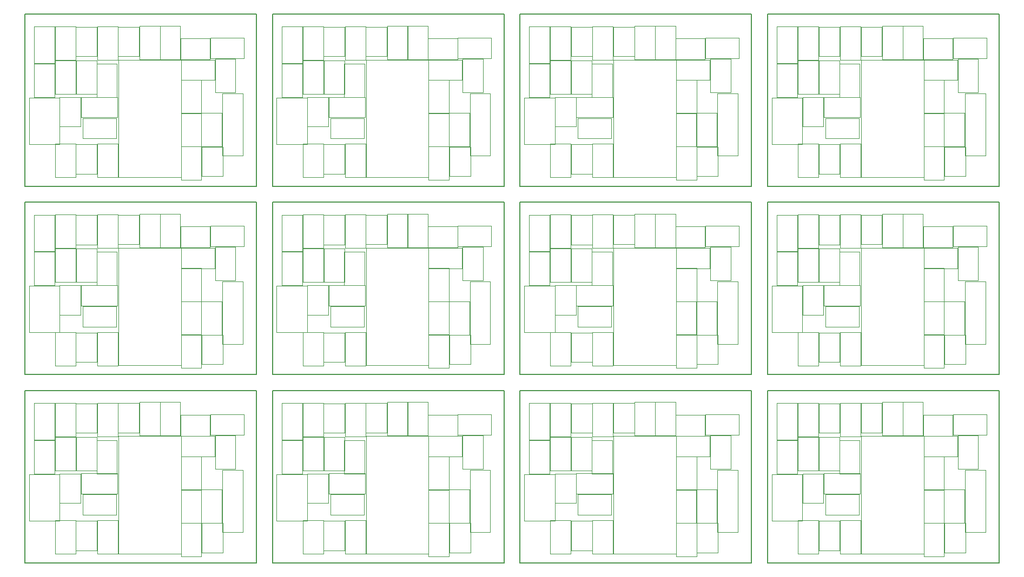
<source format=gbr>
G04 #@! TF.FileFunction,Other,User*
%FSLAX46Y46*%
G04 Gerber Fmt 4.6, Leading zero omitted, Abs format (unit mm)*
G04 Created by KiCad (PCBNEW 4.0.6-e0-6349~53~ubuntu16.04.1) date Thu Mar 16 16:11:01 2017*
%MOMM*%
%LPD*%
G01*
G04 APERTURE LIST*
%ADD10C,0.100000*%
%ADD11C,0.150000*%
%ADD12C,0.050000*%
G04 APERTURE END LIST*
D10*
D11*
X167500800Y-101002920D02*
X131250800Y-101002920D01*
X167500800Y-71502920D02*
X131250800Y-71502920D01*
X167500800Y-42002920D02*
X131250800Y-42002920D01*
X128750800Y-101002920D02*
X92500800Y-101002920D01*
X128750800Y-71502920D02*
X92500800Y-71502920D01*
X128750800Y-42002920D02*
X92500800Y-42002920D01*
X90000800Y-101002920D02*
X53750800Y-101002920D01*
X90000800Y-71502920D02*
X53750800Y-71502920D01*
X90000800Y-42002920D02*
X53750800Y-42002920D01*
X51250800Y-101002920D02*
X15000800Y-101002920D01*
X51250800Y-71502920D02*
X15000800Y-71502920D01*
X167500800Y-74002920D02*
X167500800Y-101002920D01*
X167500800Y-44502920D02*
X167500800Y-71502920D01*
X167500800Y-15002920D02*
X167500800Y-42002920D01*
X128750800Y-74002920D02*
X128750800Y-101002920D01*
X128750800Y-44502920D02*
X128750800Y-71502920D01*
X128750800Y-15002920D02*
X128750800Y-42002920D01*
X90000800Y-74002920D02*
X90000800Y-101002920D01*
X90000800Y-44502920D02*
X90000800Y-71502920D01*
X90000800Y-15002920D02*
X90000800Y-42002920D01*
X51250800Y-74002920D02*
X51250800Y-101002920D01*
X51250800Y-44502920D02*
X51250800Y-71502920D01*
X131250800Y-101002920D02*
X131250800Y-74002920D01*
X131250800Y-71502920D02*
X131250800Y-44502920D01*
X131250800Y-42002920D02*
X131250800Y-15002920D01*
X92500800Y-101002920D02*
X92500800Y-74002920D01*
X92500800Y-71502920D02*
X92500800Y-44502920D01*
X92500800Y-42002920D02*
X92500800Y-15002920D01*
X53750800Y-101002920D02*
X53750800Y-74002920D01*
X53750800Y-71502920D02*
X53750800Y-44502920D01*
X53750800Y-42002920D02*
X53750800Y-15002920D01*
X15000800Y-101002920D02*
X15000800Y-74002920D01*
X15000800Y-71502920D02*
X15000800Y-44502920D01*
X167500800Y-74002920D02*
X131250800Y-74002920D01*
X167500800Y-44502920D02*
X131250800Y-44502920D01*
X167500800Y-15002920D02*
X131250800Y-15002920D01*
X128750800Y-74002920D02*
X92500800Y-74002920D01*
X128750800Y-44502920D02*
X92500800Y-44502920D01*
X128750800Y-15002920D02*
X92500800Y-15002920D01*
X90000800Y-74002920D02*
X53750800Y-74002920D01*
X90000800Y-44502920D02*
X53750800Y-44502920D01*
X90000800Y-15002920D02*
X53750800Y-15002920D01*
X51250800Y-74002920D02*
X15000800Y-74002920D01*
X51250800Y-44502920D02*
X15000800Y-44502920D01*
X51250800Y-15002920D02*
X15000800Y-15002920D01*
X51250800Y-42002920D02*
X15000800Y-42002920D01*
X51250800Y-15002920D02*
X51250800Y-42002920D01*
X15000800Y-42002920D02*
X15000800Y-15002920D01*
D12*
X149156800Y-76000920D02*
X145856800Y-76000920D01*
X145856800Y-76000920D02*
X145856800Y-80600920D01*
X145856800Y-80600920D02*
X149156800Y-80600920D01*
X149156800Y-80600920D02*
X149156800Y-76000920D01*
X149156800Y-46500920D02*
X145856800Y-46500920D01*
X145856800Y-46500920D02*
X145856800Y-51100920D01*
X145856800Y-51100920D02*
X149156800Y-51100920D01*
X149156800Y-51100920D02*
X149156800Y-46500920D01*
X149156800Y-17000920D02*
X145856800Y-17000920D01*
X145856800Y-17000920D02*
X145856800Y-21600920D01*
X145856800Y-21600920D02*
X149156800Y-21600920D01*
X149156800Y-21600920D02*
X149156800Y-17000920D01*
X110406800Y-76000920D02*
X107106800Y-76000920D01*
X107106800Y-76000920D02*
X107106800Y-80600920D01*
X107106800Y-80600920D02*
X110406800Y-80600920D01*
X110406800Y-80600920D02*
X110406800Y-76000920D01*
X110406800Y-46500920D02*
X107106800Y-46500920D01*
X107106800Y-46500920D02*
X107106800Y-51100920D01*
X107106800Y-51100920D02*
X110406800Y-51100920D01*
X110406800Y-51100920D02*
X110406800Y-46500920D01*
X110406800Y-17000920D02*
X107106800Y-17000920D01*
X107106800Y-17000920D02*
X107106800Y-21600920D01*
X107106800Y-21600920D02*
X110406800Y-21600920D01*
X110406800Y-21600920D02*
X110406800Y-17000920D01*
X71656800Y-76000920D02*
X68356800Y-76000920D01*
X68356800Y-76000920D02*
X68356800Y-80600920D01*
X68356800Y-80600920D02*
X71656800Y-80600920D01*
X71656800Y-80600920D02*
X71656800Y-76000920D01*
X71656800Y-46500920D02*
X68356800Y-46500920D01*
X68356800Y-46500920D02*
X68356800Y-51100920D01*
X68356800Y-51100920D02*
X71656800Y-51100920D01*
X71656800Y-51100920D02*
X71656800Y-46500920D01*
X71656800Y-17000920D02*
X68356800Y-17000920D01*
X68356800Y-17000920D02*
X68356800Y-21600920D01*
X68356800Y-21600920D02*
X71656800Y-21600920D01*
X71656800Y-21600920D02*
X71656800Y-17000920D01*
X32906800Y-76000920D02*
X29606800Y-76000920D01*
X29606800Y-76000920D02*
X29606800Y-80600920D01*
X29606800Y-80600920D02*
X32906800Y-80600920D01*
X32906800Y-80600920D02*
X32906800Y-76000920D01*
X32906800Y-46500920D02*
X29606800Y-46500920D01*
X29606800Y-46500920D02*
X29606800Y-51100920D01*
X29606800Y-51100920D02*
X32906800Y-51100920D01*
X32906800Y-51100920D02*
X32906800Y-46500920D01*
X142477800Y-87032920D02*
X145677800Y-87032920D01*
X145677800Y-87032920D02*
X145677800Y-81782920D01*
X145677800Y-81782920D02*
X142477800Y-81782920D01*
X142477800Y-81782920D02*
X142477800Y-87032920D01*
X142477800Y-57532920D02*
X145677800Y-57532920D01*
X145677800Y-57532920D02*
X145677800Y-52282920D01*
X145677800Y-52282920D02*
X142477800Y-52282920D01*
X142477800Y-52282920D02*
X142477800Y-57532920D01*
X142477800Y-28032920D02*
X145677800Y-28032920D01*
X145677800Y-28032920D02*
X145677800Y-22782920D01*
X145677800Y-22782920D02*
X142477800Y-22782920D01*
X142477800Y-22782920D02*
X142477800Y-28032920D01*
X103727800Y-87032920D02*
X106927800Y-87032920D01*
X106927800Y-87032920D02*
X106927800Y-81782920D01*
X106927800Y-81782920D02*
X103727800Y-81782920D01*
X103727800Y-81782920D02*
X103727800Y-87032920D01*
X103727800Y-57532920D02*
X106927800Y-57532920D01*
X106927800Y-57532920D02*
X106927800Y-52282920D01*
X106927800Y-52282920D02*
X103727800Y-52282920D01*
X103727800Y-52282920D02*
X103727800Y-57532920D01*
X103727800Y-28032920D02*
X106927800Y-28032920D01*
X106927800Y-28032920D02*
X106927800Y-22782920D01*
X106927800Y-22782920D02*
X103727800Y-22782920D01*
X103727800Y-22782920D02*
X103727800Y-28032920D01*
X64977800Y-87032920D02*
X68177800Y-87032920D01*
X68177800Y-87032920D02*
X68177800Y-81782920D01*
X68177800Y-81782920D02*
X64977800Y-81782920D01*
X64977800Y-81782920D02*
X64977800Y-87032920D01*
X64977800Y-57532920D02*
X68177800Y-57532920D01*
X68177800Y-57532920D02*
X68177800Y-52282920D01*
X68177800Y-52282920D02*
X64977800Y-52282920D01*
X64977800Y-52282920D02*
X64977800Y-57532920D01*
X64977800Y-28032920D02*
X68177800Y-28032920D01*
X68177800Y-28032920D02*
X68177800Y-22782920D01*
X68177800Y-22782920D02*
X64977800Y-22782920D01*
X64977800Y-22782920D02*
X64977800Y-28032920D01*
X26227800Y-87032920D02*
X29427800Y-87032920D01*
X29427800Y-87032920D02*
X29427800Y-81782920D01*
X29427800Y-81782920D02*
X26227800Y-81782920D01*
X26227800Y-81782920D02*
X26227800Y-87032920D01*
X26227800Y-57532920D02*
X29427800Y-57532920D01*
X29427800Y-57532920D02*
X29427800Y-52282920D01*
X29427800Y-52282920D02*
X26227800Y-52282920D01*
X26227800Y-52282920D02*
X26227800Y-57532920D01*
X142604800Y-81190920D02*
X145804800Y-81190920D01*
X145804800Y-81190920D02*
X145804800Y-75940920D01*
X145804800Y-75940920D02*
X142604800Y-75940920D01*
X142604800Y-75940920D02*
X142604800Y-81190920D01*
X142604800Y-51690920D02*
X145804800Y-51690920D01*
X145804800Y-51690920D02*
X145804800Y-46440920D01*
X145804800Y-46440920D02*
X142604800Y-46440920D01*
X142604800Y-46440920D02*
X142604800Y-51690920D01*
X142604800Y-22190920D02*
X145804800Y-22190920D01*
X145804800Y-22190920D02*
X145804800Y-16940920D01*
X145804800Y-16940920D02*
X142604800Y-16940920D01*
X142604800Y-16940920D02*
X142604800Y-22190920D01*
X103854800Y-81190920D02*
X107054800Y-81190920D01*
X107054800Y-81190920D02*
X107054800Y-75940920D01*
X107054800Y-75940920D02*
X103854800Y-75940920D01*
X103854800Y-75940920D02*
X103854800Y-81190920D01*
X103854800Y-51690920D02*
X107054800Y-51690920D01*
X107054800Y-51690920D02*
X107054800Y-46440920D01*
X107054800Y-46440920D02*
X103854800Y-46440920D01*
X103854800Y-46440920D02*
X103854800Y-51690920D01*
X103854800Y-22190920D02*
X107054800Y-22190920D01*
X107054800Y-22190920D02*
X107054800Y-16940920D01*
X107054800Y-16940920D02*
X103854800Y-16940920D01*
X103854800Y-16940920D02*
X103854800Y-22190920D01*
X65104800Y-81190920D02*
X68304800Y-81190920D01*
X68304800Y-81190920D02*
X68304800Y-75940920D01*
X68304800Y-75940920D02*
X65104800Y-75940920D01*
X65104800Y-75940920D02*
X65104800Y-81190920D01*
X65104800Y-51690920D02*
X68304800Y-51690920D01*
X68304800Y-51690920D02*
X68304800Y-46440920D01*
X68304800Y-46440920D02*
X65104800Y-46440920D01*
X65104800Y-46440920D02*
X65104800Y-51690920D01*
X65104800Y-22190920D02*
X68304800Y-22190920D01*
X68304800Y-22190920D02*
X68304800Y-16940920D01*
X68304800Y-16940920D02*
X65104800Y-16940920D01*
X65104800Y-16940920D02*
X65104800Y-22190920D01*
X26354800Y-81190920D02*
X29554800Y-81190920D01*
X29554800Y-81190920D02*
X29554800Y-75940920D01*
X29554800Y-75940920D02*
X26354800Y-75940920D01*
X26354800Y-75940920D02*
X26354800Y-81190920D01*
X26354800Y-51690920D02*
X29554800Y-51690920D01*
X29554800Y-51690920D02*
X29554800Y-46440920D01*
X29554800Y-46440920D02*
X26354800Y-46440920D01*
X26354800Y-46440920D02*
X26354800Y-51690920D01*
X139252800Y-80640920D02*
X142552800Y-80640920D01*
X142552800Y-80640920D02*
X142552800Y-76040920D01*
X142552800Y-76040920D02*
X139252800Y-76040920D01*
X139252800Y-76040920D02*
X139252800Y-80640920D01*
X139252800Y-51140920D02*
X142552800Y-51140920D01*
X142552800Y-51140920D02*
X142552800Y-46540920D01*
X142552800Y-46540920D02*
X139252800Y-46540920D01*
X139252800Y-46540920D02*
X139252800Y-51140920D01*
X139252800Y-21640920D02*
X142552800Y-21640920D01*
X142552800Y-21640920D02*
X142552800Y-17040920D01*
X142552800Y-17040920D02*
X139252800Y-17040920D01*
X139252800Y-17040920D02*
X139252800Y-21640920D01*
X100502800Y-80640920D02*
X103802800Y-80640920D01*
X103802800Y-80640920D02*
X103802800Y-76040920D01*
X103802800Y-76040920D02*
X100502800Y-76040920D01*
X100502800Y-76040920D02*
X100502800Y-80640920D01*
X100502800Y-51140920D02*
X103802800Y-51140920D01*
X103802800Y-51140920D02*
X103802800Y-46540920D01*
X103802800Y-46540920D02*
X100502800Y-46540920D01*
X100502800Y-46540920D02*
X100502800Y-51140920D01*
X100502800Y-21640920D02*
X103802800Y-21640920D01*
X103802800Y-21640920D02*
X103802800Y-17040920D01*
X103802800Y-17040920D02*
X100502800Y-17040920D01*
X100502800Y-17040920D02*
X100502800Y-21640920D01*
X61752800Y-80640920D02*
X65052800Y-80640920D01*
X65052800Y-80640920D02*
X65052800Y-76040920D01*
X65052800Y-76040920D02*
X61752800Y-76040920D01*
X61752800Y-76040920D02*
X61752800Y-80640920D01*
X61752800Y-51140920D02*
X65052800Y-51140920D01*
X65052800Y-51140920D02*
X65052800Y-46540920D01*
X65052800Y-46540920D02*
X61752800Y-46540920D01*
X61752800Y-46540920D02*
X61752800Y-51140920D01*
X61752800Y-21640920D02*
X65052800Y-21640920D01*
X65052800Y-21640920D02*
X65052800Y-17040920D01*
X65052800Y-17040920D02*
X61752800Y-17040920D01*
X61752800Y-17040920D02*
X61752800Y-21640920D01*
X23002800Y-80640920D02*
X26302800Y-80640920D01*
X26302800Y-80640920D02*
X26302800Y-76040920D01*
X26302800Y-76040920D02*
X23002800Y-76040920D01*
X23002800Y-76040920D02*
X23002800Y-80640920D01*
X23002800Y-51140920D02*
X26302800Y-51140920D01*
X26302800Y-51140920D02*
X26302800Y-46540920D01*
X26302800Y-46540920D02*
X23002800Y-46540920D01*
X23002800Y-46540920D02*
X23002800Y-51140920D01*
X132698800Y-87032920D02*
X135898800Y-87032920D01*
X135898800Y-87032920D02*
X135898800Y-81782920D01*
X135898800Y-81782920D02*
X132698800Y-81782920D01*
X132698800Y-81782920D02*
X132698800Y-87032920D01*
X132698800Y-57532920D02*
X135898800Y-57532920D01*
X135898800Y-57532920D02*
X135898800Y-52282920D01*
X135898800Y-52282920D02*
X132698800Y-52282920D01*
X132698800Y-52282920D02*
X132698800Y-57532920D01*
X132698800Y-28032920D02*
X135898800Y-28032920D01*
X135898800Y-28032920D02*
X135898800Y-22782920D01*
X135898800Y-22782920D02*
X132698800Y-22782920D01*
X132698800Y-22782920D02*
X132698800Y-28032920D01*
X93948800Y-87032920D02*
X97148800Y-87032920D01*
X97148800Y-87032920D02*
X97148800Y-81782920D01*
X97148800Y-81782920D02*
X93948800Y-81782920D01*
X93948800Y-81782920D02*
X93948800Y-87032920D01*
X93948800Y-57532920D02*
X97148800Y-57532920D01*
X97148800Y-57532920D02*
X97148800Y-52282920D01*
X97148800Y-52282920D02*
X93948800Y-52282920D01*
X93948800Y-52282920D02*
X93948800Y-57532920D01*
X93948800Y-28032920D02*
X97148800Y-28032920D01*
X97148800Y-28032920D02*
X97148800Y-22782920D01*
X97148800Y-22782920D02*
X93948800Y-22782920D01*
X93948800Y-22782920D02*
X93948800Y-28032920D01*
X55198800Y-87032920D02*
X58398800Y-87032920D01*
X58398800Y-87032920D02*
X58398800Y-81782920D01*
X58398800Y-81782920D02*
X55198800Y-81782920D01*
X55198800Y-81782920D02*
X55198800Y-87032920D01*
X55198800Y-57532920D02*
X58398800Y-57532920D01*
X58398800Y-57532920D02*
X58398800Y-52282920D01*
X58398800Y-52282920D02*
X55198800Y-52282920D01*
X55198800Y-52282920D02*
X55198800Y-57532920D01*
X55198800Y-28032920D02*
X58398800Y-28032920D01*
X58398800Y-28032920D02*
X58398800Y-22782920D01*
X58398800Y-22782920D02*
X55198800Y-22782920D01*
X55198800Y-22782920D02*
X55198800Y-28032920D01*
X16448800Y-87032920D02*
X19648800Y-87032920D01*
X19648800Y-87032920D02*
X19648800Y-81782920D01*
X19648800Y-81782920D02*
X16448800Y-81782920D01*
X16448800Y-81782920D02*
X16448800Y-87032920D01*
X16448800Y-57532920D02*
X19648800Y-57532920D01*
X19648800Y-57532920D02*
X19648800Y-52282920D01*
X19648800Y-52282920D02*
X16448800Y-52282920D01*
X16448800Y-52282920D02*
X16448800Y-57532920D01*
X132698800Y-81698920D02*
X135898800Y-81698920D01*
X135898800Y-81698920D02*
X135898800Y-75998920D01*
X135898800Y-75998920D02*
X132698800Y-75998920D01*
X132698800Y-75998920D02*
X132698800Y-81698920D01*
X132698800Y-52198920D02*
X135898800Y-52198920D01*
X135898800Y-52198920D02*
X135898800Y-46498920D01*
X135898800Y-46498920D02*
X132698800Y-46498920D01*
X132698800Y-46498920D02*
X132698800Y-52198920D01*
X132698800Y-22698920D02*
X135898800Y-22698920D01*
X135898800Y-22698920D02*
X135898800Y-16998920D01*
X135898800Y-16998920D02*
X132698800Y-16998920D01*
X132698800Y-16998920D02*
X132698800Y-22698920D01*
X93948800Y-81698920D02*
X97148800Y-81698920D01*
X97148800Y-81698920D02*
X97148800Y-75998920D01*
X97148800Y-75998920D02*
X93948800Y-75998920D01*
X93948800Y-75998920D02*
X93948800Y-81698920D01*
X93948800Y-52198920D02*
X97148800Y-52198920D01*
X97148800Y-52198920D02*
X97148800Y-46498920D01*
X97148800Y-46498920D02*
X93948800Y-46498920D01*
X93948800Y-46498920D02*
X93948800Y-52198920D01*
X93948800Y-22698920D02*
X97148800Y-22698920D01*
X97148800Y-22698920D02*
X97148800Y-16998920D01*
X97148800Y-16998920D02*
X93948800Y-16998920D01*
X93948800Y-16998920D02*
X93948800Y-22698920D01*
X55198800Y-81698920D02*
X58398800Y-81698920D01*
X58398800Y-81698920D02*
X58398800Y-75998920D01*
X58398800Y-75998920D02*
X55198800Y-75998920D01*
X55198800Y-75998920D02*
X55198800Y-81698920D01*
X55198800Y-52198920D02*
X58398800Y-52198920D01*
X58398800Y-52198920D02*
X58398800Y-46498920D01*
X58398800Y-46498920D02*
X55198800Y-46498920D01*
X55198800Y-46498920D02*
X55198800Y-52198920D01*
X55198800Y-22698920D02*
X58398800Y-22698920D01*
X58398800Y-22698920D02*
X58398800Y-16998920D01*
X58398800Y-16998920D02*
X55198800Y-16998920D01*
X55198800Y-16998920D02*
X55198800Y-22698920D01*
X16448800Y-81698920D02*
X19648800Y-81698920D01*
X19648800Y-81698920D02*
X19648800Y-75998920D01*
X19648800Y-75998920D02*
X16448800Y-75998920D01*
X16448800Y-75998920D02*
X16448800Y-81698920D01*
X16448800Y-52198920D02*
X19648800Y-52198920D01*
X19648800Y-52198920D02*
X19648800Y-46498920D01*
X19648800Y-46498920D02*
X16448800Y-46498920D01*
X16448800Y-46498920D02*
X16448800Y-52198920D01*
X139200800Y-75958920D02*
X136000800Y-75958920D01*
X136000800Y-75958920D02*
X136000800Y-81208920D01*
X136000800Y-81208920D02*
X139200800Y-81208920D01*
X139200800Y-81208920D02*
X139200800Y-75958920D01*
X139200800Y-46458920D02*
X136000800Y-46458920D01*
X136000800Y-46458920D02*
X136000800Y-51708920D01*
X136000800Y-51708920D02*
X139200800Y-51708920D01*
X139200800Y-51708920D02*
X139200800Y-46458920D01*
X139200800Y-16958920D02*
X136000800Y-16958920D01*
X136000800Y-16958920D02*
X136000800Y-22208920D01*
X136000800Y-22208920D02*
X139200800Y-22208920D01*
X139200800Y-22208920D02*
X139200800Y-16958920D01*
X100450800Y-75958920D02*
X97250800Y-75958920D01*
X97250800Y-75958920D02*
X97250800Y-81208920D01*
X97250800Y-81208920D02*
X100450800Y-81208920D01*
X100450800Y-81208920D02*
X100450800Y-75958920D01*
X100450800Y-46458920D02*
X97250800Y-46458920D01*
X97250800Y-46458920D02*
X97250800Y-51708920D01*
X97250800Y-51708920D02*
X100450800Y-51708920D01*
X100450800Y-51708920D02*
X100450800Y-46458920D01*
X100450800Y-16958920D02*
X97250800Y-16958920D01*
X97250800Y-16958920D02*
X97250800Y-22208920D01*
X97250800Y-22208920D02*
X100450800Y-22208920D01*
X100450800Y-22208920D02*
X100450800Y-16958920D01*
X61700800Y-75958920D02*
X58500800Y-75958920D01*
X58500800Y-75958920D02*
X58500800Y-81208920D01*
X58500800Y-81208920D02*
X61700800Y-81208920D01*
X61700800Y-81208920D02*
X61700800Y-75958920D01*
X61700800Y-46458920D02*
X58500800Y-46458920D01*
X58500800Y-46458920D02*
X58500800Y-51708920D01*
X58500800Y-51708920D02*
X61700800Y-51708920D01*
X61700800Y-51708920D02*
X61700800Y-46458920D01*
X61700800Y-16958920D02*
X58500800Y-16958920D01*
X58500800Y-16958920D02*
X58500800Y-22208920D01*
X58500800Y-22208920D02*
X61700800Y-22208920D01*
X61700800Y-22208920D02*
X61700800Y-16958920D01*
X22950800Y-75958920D02*
X19750800Y-75958920D01*
X19750800Y-75958920D02*
X19750800Y-81208920D01*
X19750800Y-81208920D02*
X22950800Y-81208920D01*
X22950800Y-81208920D02*
X22950800Y-75958920D01*
X22950800Y-46458920D02*
X19750800Y-46458920D01*
X19750800Y-46458920D02*
X19750800Y-51708920D01*
X19750800Y-51708920D02*
X22950800Y-51708920D01*
X22950800Y-51708920D02*
X22950800Y-46458920D01*
X139200800Y-81292920D02*
X136000800Y-81292920D01*
X136000800Y-81292920D02*
X136000800Y-86542920D01*
X136000800Y-86542920D02*
X139200800Y-86542920D01*
X139200800Y-86542920D02*
X139200800Y-81292920D01*
X139200800Y-51792920D02*
X136000800Y-51792920D01*
X136000800Y-51792920D02*
X136000800Y-57042920D01*
X136000800Y-57042920D02*
X139200800Y-57042920D01*
X139200800Y-57042920D02*
X139200800Y-51792920D01*
X139200800Y-22292920D02*
X136000800Y-22292920D01*
X136000800Y-22292920D02*
X136000800Y-27542920D01*
X136000800Y-27542920D02*
X139200800Y-27542920D01*
X139200800Y-27542920D02*
X139200800Y-22292920D01*
X100450800Y-81292920D02*
X97250800Y-81292920D01*
X97250800Y-81292920D02*
X97250800Y-86542920D01*
X97250800Y-86542920D02*
X100450800Y-86542920D01*
X100450800Y-86542920D02*
X100450800Y-81292920D01*
X100450800Y-51792920D02*
X97250800Y-51792920D01*
X97250800Y-51792920D02*
X97250800Y-57042920D01*
X97250800Y-57042920D02*
X100450800Y-57042920D01*
X100450800Y-57042920D02*
X100450800Y-51792920D01*
X100450800Y-22292920D02*
X97250800Y-22292920D01*
X97250800Y-22292920D02*
X97250800Y-27542920D01*
X97250800Y-27542920D02*
X100450800Y-27542920D01*
X100450800Y-27542920D02*
X100450800Y-22292920D01*
X61700800Y-81292920D02*
X58500800Y-81292920D01*
X58500800Y-81292920D02*
X58500800Y-86542920D01*
X58500800Y-86542920D02*
X61700800Y-86542920D01*
X61700800Y-86542920D02*
X61700800Y-81292920D01*
X61700800Y-51792920D02*
X58500800Y-51792920D01*
X58500800Y-51792920D02*
X58500800Y-57042920D01*
X58500800Y-57042920D02*
X61700800Y-57042920D01*
X61700800Y-57042920D02*
X61700800Y-51792920D01*
X61700800Y-22292920D02*
X58500800Y-22292920D01*
X58500800Y-22292920D02*
X58500800Y-27542920D01*
X58500800Y-27542920D02*
X61700800Y-27542920D01*
X61700800Y-27542920D02*
X61700800Y-22292920D01*
X22950800Y-81292920D02*
X19750800Y-81292920D01*
X19750800Y-81292920D02*
X19750800Y-86542920D01*
X19750800Y-86542920D02*
X22950800Y-86542920D01*
X22950800Y-86542920D02*
X22950800Y-81292920D01*
X22950800Y-51792920D02*
X19750800Y-51792920D01*
X19750800Y-51792920D02*
X19750800Y-57042920D01*
X19750800Y-57042920D02*
X22950800Y-57042920D01*
X22950800Y-57042920D02*
X22950800Y-51792920D01*
X142502800Y-81292920D02*
X139302800Y-81292920D01*
X139302800Y-81292920D02*
X139302800Y-86542920D01*
X139302800Y-86542920D02*
X142502800Y-86542920D01*
X142502800Y-86542920D02*
X142502800Y-81292920D01*
X142502800Y-51792920D02*
X139302800Y-51792920D01*
X139302800Y-51792920D02*
X139302800Y-57042920D01*
X139302800Y-57042920D02*
X142502800Y-57042920D01*
X142502800Y-57042920D02*
X142502800Y-51792920D01*
X142502800Y-22292920D02*
X139302800Y-22292920D01*
X139302800Y-22292920D02*
X139302800Y-27542920D01*
X139302800Y-27542920D02*
X142502800Y-27542920D01*
X142502800Y-27542920D02*
X142502800Y-22292920D01*
X103752800Y-81292920D02*
X100552800Y-81292920D01*
X100552800Y-81292920D02*
X100552800Y-86542920D01*
X100552800Y-86542920D02*
X103752800Y-86542920D01*
X103752800Y-86542920D02*
X103752800Y-81292920D01*
X103752800Y-51792920D02*
X100552800Y-51792920D01*
X100552800Y-51792920D02*
X100552800Y-57042920D01*
X100552800Y-57042920D02*
X103752800Y-57042920D01*
X103752800Y-57042920D02*
X103752800Y-51792920D01*
X103752800Y-22292920D02*
X100552800Y-22292920D01*
X100552800Y-22292920D02*
X100552800Y-27542920D01*
X100552800Y-27542920D02*
X103752800Y-27542920D01*
X103752800Y-27542920D02*
X103752800Y-22292920D01*
X65002800Y-81292920D02*
X61802800Y-81292920D01*
X61802800Y-81292920D02*
X61802800Y-86542920D01*
X61802800Y-86542920D02*
X65002800Y-86542920D01*
X65002800Y-86542920D02*
X65002800Y-81292920D01*
X65002800Y-51792920D02*
X61802800Y-51792920D01*
X61802800Y-51792920D02*
X61802800Y-57042920D01*
X61802800Y-57042920D02*
X65002800Y-57042920D01*
X65002800Y-57042920D02*
X65002800Y-51792920D01*
X65002800Y-22292920D02*
X61802800Y-22292920D01*
X61802800Y-22292920D02*
X61802800Y-27542920D01*
X61802800Y-27542920D02*
X65002800Y-27542920D01*
X65002800Y-27542920D02*
X65002800Y-22292920D01*
X26252800Y-81292920D02*
X23052800Y-81292920D01*
X23052800Y-81292920D02*
X23052800Y-86542920D01*
X23052800Y-86542920D02*
X26252800Y-86542920D01*
X26252800Y-86542920D02*
X26252800Y-81292920D01*
X26252800Y-51792920D02*
X23052800Y-51792920D01*
X23052800Y-51792920D02*
X23052800Y-57042920D01*
X23052800Y-57042920D02*
X26252800Y-57042920D01*
X26252800Y-57042920D02*
X26252800Y-51792920D01*
X155685800Y-99986920D02*
X158885800Y-99986920D01*
X158885800Y-99986920D02*
X158885800Y-94736920D01*
X158885800Y-94736920D02*
X155685800Y-94736920D01*
X155685800Y-94736920D02*
X155685800Y-99986920D01*
X155685800Y-70486920D02*
X158885800Y-70486920D01*
X158885800Y-70486920D02*
X158885800Y-65236920D01*
X158885800Y-65236920D02*
X155685800Y-65236920D01*
X155685800Y-65236920D02*
X155685800Y-70486920D01*
X155685800Y-40986920D02*
X158885800Y-40986920D01*
X158885800Y-40986920D02*
X158885800Y-35736920D01*
X158885800Y-35736920D02*
X155685800Y-35736920D01*
X155685800Y-35736920D02*
X155685800Y-40986920D01*
X116935800Y-99986920D02*
X120135800Y-99986920D01*
X120135800Y-99986920D02*
X120135800Y-94736920D01*
X120135800Y-94736920D02*
X116935800Y-94736920D01*
X116935800Y-94736920D02*
X116935800Y-99986920D01*
X116935800Y-70486920D02*
X120135800Y-70486920D01*
X120135800Y-70486920D02*
X120135800Y-65236920D01*
X120135800Y-65236920D02*
X116935800Y-65236920D01*
X116935800Y-65236920D02*
X116935800Y-70486920D01*
X116935800Y-40986920D02*
X120135800Y-40986920D01*
X120135800Y-40986920D02*
X120135800Y-35736920D01*
X120135800Y-35736920D02*
X116935800Y-35736920D01*
X116935800Y-35736920D02*
X116935800Y-40986920D01*
X78185800Y-99986920D02*
X81385800Y-99986920D01*
X81385800Y-99986920D02*
X81385800Y-94736920D01*
X81385800Y-94736920D02*
X78185800Y-94736920D01*
X78185800Y-94736920D02*
X78185800Y-99986920D01*
X78185800Y-70486920D02*
X81385800Y-70486920D01*
X81385800Y-70486920D02*
X81385800Y-65236920D01*
X81385800Y-65236920D02*
X78185800Y-65236920D01*
X78185800Y-65236920D02*
X78185800Y-70486920D01*
X78185800Y-40986920D02*
X81385800Y-40986920D01*
X81385800Y-40986920D02*
X81385800Y-35736920D01*
X81385800Y-35736920D02*
X78185800Y-35736920D01*
X78185800Y-35736920D02*
X78185800Y-40986920D01*
X39435800Y-99986920D02*
X42635800Y-99986920D01*
X42635800Y-99986920D02*
X42635800Y-94736920D01*
X42635800Y-94736920D02*
X39435800Y-94736920D01*
X39435800Y-94736920D02*
X39435800Y-99986920D01*
X39435800Y-70486920D02*
X42635800Y-70486920D01*
X42635800Y-70486920D02*
X42635800Y-65236920D01*
X42635800Y-65236920D02*
X39435800Y-65236920D01*
X39435800Y-65236920D02*
X39435800Y-70486920D01*
X158860800Y-94779920D02*
X162060800Y-94779920D01*
X162060800Y-94779920D02*
X162060800Y-89529920D01*
X162060800Y-89529920D02*
X158860800Y-89529920D01*
X158860800Y-89529920D02*
X158860800Y-94779920D01*
X158860800Y-65279920D02*
X162060800Y-65279920D01*
X162060800Y-65279920D02*
X162060800Y-60029920D01*
X162060800Y-60029920D02*
X158860800Y-60029920D01*
X158860800Y-60029920D02*
X158860800Y-65279920D01*
X158860800Y-35779920D02*
X162060800Y-35779920D01*
X162060800Y-35779920D02*
X162060800Y-30529920D01*
X162060800Y-30529920D02*
X158860800Y-30529920D01*
X158860800Y-30529920D02*
X158860800Y-35779920D01*
X120110800Y-94779920D02*
X123310800Y-94779920D01*
X123310800Y-94779920D02*
X123310800Y-89529920D01*
X123310800Y-89529920D02*
X120110800Y-89529920D01*
X120110800Y-89529920D02*
X120110800Y-94779920D01*
X120110800Y-65279920D02*
X123310800Y-65279920D01*
X123310800Y-65279920D02*
X123310800Y-60029920D01*
X123310800Y-60029920D02*
X120110800Y-60029920D01*
X120110800Y-60029920D02*
X120110800Y-65279920D01*
X120110800Y-35779920D02*
X123310800Y-35779920D01*
X123310800Y-35779920D02*
X123310800Y-30529920D01*
X123310800Y-30529920D02*
X120110800Y-30529920D01*
X120110800Y-30529920D02*
X120110800Y-35779920D01*
X81360800Y-94779920D02*
X84560800Y-94779920D01*
X84560800Y-94779920D02*
X84560800Y-89529920D01*
X84560800Y-89529920D02*
X81360800Y-89529920D01*
X81360800Y-89529920D02*
X81360800Y-94779920D01*
X81360800Y-65279920D02*
X84560800Y-65279920D01*
X84560800Y-65279920D02*
X84560800Y-60029920D01*
X84560800Y-60029920D02*
X81360800Y-60029920D01*
X81360800Y-60029920D02*
X81360800Y-65279920D01*
X81360800Y-35779920D02*
X84560800Y-35779920D01*
X84560800Y-35779920D02*
X84560800Y-30529920D01*
X84560800Y-30529920D02*
X81360800Y-30529920D01*
X81360800Y-30529920D02*
X81360800Y-35779920D01*
X42610800Y-94779920D02*
X45810800Y-94779920D01*
X45810800Y-94779920D02*
X45810800Y-89529920D01*
X45810800Y-89529920D02*
X42610800Y-89529920D01*
X42610800Y-89529920D02*
X42610800Y-94779920D01*
X42610800Y-65279920D02*
X45810800Y-65279920D01*
X45810800Y-65279920D02*
X45810800Y-60029920D01*
X45810800Y-60029920D02*
X42610800Y-60029920D01*
X42610800Y-60029920D02*
X42610800Y-65279920D01*
X162237800Y-94796920D02*
X158937800Y-94796920D01*
X158937800Y-94796920D02*
X158937800Y-99396920D01*
X158937800Y-99396920D02*
X162237800Y-99396920D01*
X162237800Y-99396920D02*
X162237800Y-94796920D01*
X162237800Y-65296920D02*
X158937800Y-65296920D01*
X158937800Y-65296920D02*
X158937800Y-69896920D01*
X158937800Y-69896920D02*
X162237800Y-69896920D01*
X162237800Y-69896920D02*
X162237800Y-65296920D01*
X162237800Y-35796920D02*
X158937800Y-35796920D01*
X158937800Y-35796920D02*
X158937800Y-40396920D01*
X158937800Y-40396920D02*
X162237800Y-40396920D01*
X162237800Y-40396920D02*
X162237800Y-35796920D01*
X123487800Y-94796920D02*
X120187800Y-94796920D01*
X120187800Y-94796920D02*
X120187800Y-99396920D01*
X120187800Y-99396920D02*
X123487800Y-99396920D01*
X123487800Y-99396920D02*
X123487800Y-94796920D01*
X123487800Y-65296920D02*
X120187800Y-65296920D01*
X120187800Y-65296920D02*
X120187800Y-69896920D01*
X120187800Y-69896920D02*
X123487800Y-69896920D01*
X123487800Y-69896920D02*
X123487800Y-65296920D01*
X123487800Y-35796920D02*
X120187800Y-35796920D01*
X120187800Y-35796920D02*
X120187800Y-40396920D01*
X120187800Y-40396920D02*
X123487800Y-40396920D01*
X123487800Y-40396920D02*
X123487800Y-35796920D01*
X84737800Y-94796920D02*
X81437800Y-94796920D01*
X81437800Y-94796920D02*
X81437800Y-99396920D01*
X81437800Y-99396920D02*
X84737800Y-99396920D01*
X84737800Y-99396920D02*
X84737800Y-94796920D01*
X84737800Y-65296920D02*
X81437800Y-65296920D01*
X81437800Y-65296920D02*
X81437800Y-69896920D01*
X81437800Y-69896920D02*
X84737800Y-69896920D01*
X84737800Y-69896920D02*
X84737800Y-65296920D01*
X84737800Y-35796920D02*
X81437800Y-35796920D01*
X81437800Y-35796920D02*
X81437800Y-40396920D01*
X81437800Y-40396920D02*
X84737800Y-40396920D01*
X84737800Y-40396920D02*
X84737800Y-35796920D01*
X45987800Y-94796920D02*
X42687800Y-94796920D01*
X42687800Y-94796920D02*
X42687800Y-99396920D01*
X42687800Y-99396920D02*
X45987800Y-99396920D01*
X45987800Y-99396920D02*
X45987800Y-94796920D01*
X45987800Y-65296920D02*
X42687800Y-65296920D01*
X42687800Y-65296920D02*
X42687800Y-69896920D01*
X42687800Y-69896920D02*
X45987800Y-69896920D01*
X45987800Y-69896920D02*
X45987800Y-65296920D01*
X155685800Y-94779920D02*
X158885800Y-94779920D01*
X158885800Y-94779920D02*
X158885800Y-89529920D01*
X158885800Y-89529920D02*
X155685800Y-89529920D01*
X155685800Y-89529920D02*
X155685800Y-94779920D01*
X155685800Y-65279920D02*
X158885800Y-65279920D01*
X158885800Y-65279920D02*
X158885800Y-60029920D01*
X158885800Y-60029920D02*
X155685800Y-60029920D01*
X155685800Y-60029920D02*
X155685800Y-65279920D01*
X155685800Y-35779920D02*
X158885800Y-35779920D01*
X158885800Y-35779920D02*
X158885800Y-30529920D01*
X158885800Y-30529920D02*
X155685800Y-30529920D01*
X155685800Y-30529920D02*
X155685800Y-35779920D01*
X116935800Y-94779920D02*
X120135800Y-94779920D01*
X120135800Y-94779920D02*
X120135800Y-89529920D01*
X120135800Y-89529920D02*
X116935800Y-89529920D01*
X116935800Y-89529920D02*
X116935800Y-94779920D01*
X116935800Y-65279920D02*
X120135800Y-65279920D01*
X120135800Y-65279920D02*
X120135800Y-60029920D01*
X120135800Y-60029920D02*
X116935800Y-60029920D01*
X116935800Y-60029920D02*
X116935800Y-65279920D01*
X116935800Y-35779920D02*
X120135800Y-35779920D01*
X120135800Y-35779920D02*
X120135800Y-30529920D01*
X120135800Y-30529920D02*
X116935800Y-30529920D01*
X116935800Y-30529920D02*
X116935800Y-35779920D01*
X78185800Y-94779920D02*
X81385800Y-94779920D01*
X81385800Y-94779920D02*
X81385800Y-89529920D01*
X81385800Y-89529920D02*
X78185800Y-89529920D01*
X78185800Y-89529920D02*
X78185800Y-94779920D01*
X78185800Y-65279920D02*
X81385800Y-65279920D01*
X81385800Y-65279920D02*
X81385800Y-60029920D01*
X81385800Y-60029920D02*
X78185800Y-60029920D01*
X78185800Y-60029920D02*
X78185800Y-65279920D01*
X78185800Y-35779920D02*
X81385800Y-35779920D01*
X81385800Y-35779920D02*
X81385800Y-30529920D01*
X81385800Y-30529920D02*
X78185800Y-30529920D01*
X78185800Y-30529920D02*
X78185800Y-35779920D01*
X39435800Y-94779920D02*
X42635800Y-94779920D01*
X42635800Y-94779920D02*
X42635800Y-89529920D01*
X42635800Y-89529920D02*
X39435800Y-89529920D01*
X39435800Y-89529920D02*
X39435800Y-94779920D01*
X39435800Y-65279920D02*
X42635800Y-65279920D01*
X42635800Y-65279920D02*
X42635800Y-60029920D01*
X42635800Y-60029920D02*
X39435800Y-60029920D01*
X39435800Y-60029920D02*
X39435800Y-65279920D01*
X155600800Y-77813920D02*
X155600800Y-81113920D01*
X155600800Y-81113920D02*
X160200800Y-81113920D01*
X160200800Y-81113920D02*
X160200800Y-77813920D01*
X160200800Y-77813920D02*
X155600800Y-77813920D01*
X155600800Y-48313920D02*
X155600800Y-51613920D01*
X155600800Y-51613920D02*
X160200800Y-51613920D01*
X160200800Y-51613920D02*
X160200800Y-48313920D01*
X160200800Y-48313920D02*
X155600800Y-48313920D01*
X155600800Y-18813920D02*
X155600800Y-22113920D01*
X155600800Y-22113920D02*
X160200800Y-22113920D01*
X160200800Y-22113920D02*
X160200800Y-18813920D01*
X160200800Y-18813920D02*
X155600800Y-18813920D01*
X116850800Y-77813920D02*
X116850800Y-81113920D01*
X116850800Y-81113920D02*
X121450800Y-81113920D01*
X121450800Y-81113920D02*
X121450800Y-77813920D01*
X121450800Y-77813920D02*
X116850800Y-77813920D01*
X116850800Y-48313920D02*
X116850800Y-51613920D01*
X116850800Y-51613920D02*
X121450800Y-51613920D01*
X121450800Y-51613920D02*
X121450800Y-48313920D01*
X121450800Y-48313920D02*
X116850800Y-48313920D01*
X116850800Y-18813920D02*
X116850800Y-22113920D01*
X116850800Y-22113920D02*
X121450800Y-22113920D01*
X121450800Y-22113920D02*
X121450800Y-18813920D01*
X121450800Y-18813920D02*
X116850800Y-18813920D01*
X78100800Y-77813920D02*
X78100800Y-81113920D01*
X78100800Y-81113920D02*
X82700800Y-81113920D01*
X82700800Y-81113920D02*
X82700800Y-77813920D01*
X82700800Y-77813920D02*
X78100800Y-77813920D01*
X78100800Y-48313920D02*
X78100800Y-51613920D01*
X78100800Y-51613920D02*
X82700800Y-51613920D01*
X82700800Y-51613920D02*
X82700800Y-48313920D01*
X82700800Y-48313920D02*
X78100800Y-48313920D01*
X78100800Y-18813920D02*
X78100800Y-22113920D01*
X78100800Y-22113920D02*
X82700800Y-22113920D01*
X82700800Y-22113920D02*
X82700800Y-18813920D01*
X82700800Y-18813920D02*
X78100800Y-18813920D01*
X39350800Y-77813920D02*
X39350800Y-81113920D01*
X39350800Y-81113920D02*
X43950800Y-81113920D01*
X43950800Y-81113920D02*
X43950800Y-77813920D01*
X43950800Y-77813920D02*
X39350800Y-77813920D01*
X39350800Y-48313920D02*
X39350800Y-51613920D01*
X39350800Y-51613920D02*
X43950800Y-51613920D01*
X43950800Y-51613920D02*
X43950800Y-48313920D01*
X43950800Y-48313920D02*
X39350800Y-48313920D01*
X152408800Y-75831920D02*
X149208800Y-75831920D01*
X149208800Y-75831920D02*
X149208800Y-81081920D01*
X149208800Y-81081920D02*
X152408800Y-81081920D01*
X152408800Y-81081920D02*
X152408800Y-75831920D01*
X152408800Y-46331920D02*
X149208800Y-46331920D01*
X149208800Y-46331920D02*
X149208800Y-51581920D01*
X149208800Y-51581920D02*
X152408800Y-51581920D01*
X152408800Y-51581920D02*
X152408800Y-46331920D01*
X152408800Y-16831920D02*
X149208800Y-16831920D01*
X149208800Y-16831920D02*
X149208800Y-22081920D01*
X149208800Y-22081920D02*
X152408800Y-22081920D01*
X152408800Y-22081920D02*
X152408800Y-16831920D01*
X113658800Y-75831920D02*
X110458800Y-75831920D01*
X110458800Y-75831920D02*
X110458800Y-81081920D01*
X110458800Y-81081920D02*
X113658800Y-81081920D01*
X113658800Y-81081920D02*
X113658800Y-75831920D01*
X113658800Y-46331920D02*
X110458800Y-46331920D01*
X110458800Y-46331920D02*
X110458800Y-51581920D01*
X110458800Y-51581920D02*
X113658800Y-51581920D01*
X113658800Y-51581920D02*
X113658800Y-46331920D01*
X113658800Y-16831920D02*
X110458800Y-16831920D01*
X110458800Y-16831920D02*
X110458800Y-22081920D01*
X110458800Y-22081920D02*
X113658800Y-22081920D01*
X113658800Y-22081920D02*
X113658800Y-16831920D01*
X74908800Y-75831920D02*
X71708800Y-75831920D01*
X71708800Y-75831920D02*
X71708800Y-81081920D01*
X71708800Y-81081920D02*
X74908800Y-81081920D01*
X74908800Y-81081920D02*
X74908800Y-75831920D01*
X74908800Y-46331920D02*
X71708800Y-46331920D01*
X71708800Y-46331920D02*
X71708800Y-51581920D01*
X71708800Y-51581920D02*
X74908800Y-51581920D01*
X74908800Y-51581920D02*
X74908800Y-46331920D01*
X74908800Y-16831920D02*
X71708800Y-16831920D01*
X71708800Y-16831920D02*
X71708800Y-22081920D01*
X71708800Y-22081920D02*
X74908800Y-22081920D01*
X74908800Y-22081920D02*
X74908800Y-16831920D01*
X36158800Y-75831920D02*
X32958800Y-75831920D01*
X32958800Y-75831920D02*
X32958800Y-81081920D01*
X32958800Y-81081920D02*
X36158800Y-81081920D01*
X36158800Y-81081920D02*
X36158800Y-75831920D01*
X36158800Y-46331920D02*
X32958800Y-46331920D01*
X32958800Y-46331920D02*
X32958800Y-51581920D01*
X32958800Y-51581920D02*
X36158800Y-51581920D01*
X36158800Y-51581920D02*
X36158800Y-46331920D01*
X160257800Y-77736920D02*
X160257800Y-80936920D01*
X160257800Y-80936920D02*
X165507800Y-80936920D01*
X165507800Y-80936920D02*
X165507800Y-77736920D01*
X165507800Y-77736920D02*
X160257800Y-77736920D01*
X160257800Y-48236920D02*
X160257800Y-51436920D01*
X160257800Y-51436920D02*
X165507800Y-51436920D01*
X165507800Y-51436920D02*
X165507800Y-48236920D01*
X165507800Y-48236920D02*
X160257800Y-48236920D01*
X160257800Y-18736920D02*
X160257800Y-21936920D01*
X160257800Y-21936920D02*
X165507800Y-21936920D01*
X165507800Y-21936920D02*
X165507800Y-18736920D01*
X165507800Y-18736920D02*
X160257800Y-18736920D01*
X121507800Y-77736920D02*
X121507800Y-80936920D01*
X121507800Y-80936920D02*
X126757800Y-80936920D01*
X126757800Y-80936920D02*
X126757800Y-77736920D01*
X126757800Y-77736920D02*
X121507800Y-77736920D01*
X121507800Y-48236920D02*
X121507800Y-51436920D01*
X121507800Y-51436920D02*
X126757800Y-51436920D01*
X126757800Y-51436920D02*
X126757800Y-48236920D01*
X126757800Y-48236920D02*
X121507800Y-48236920D01*
X121507800Y-18736920D02*
X121507800Y-21936920D01*
X121507800Y-21936920D02*
X126757800Y-21936920D01*
X126757800Y-21936920D02*
X126757800Y-18736920D01*
X126757800Y-18736920D02*
X121507800Y-18736920D01*
X82757800Y-77736920D02*
X82757800Y-80936920D01*
X82757800Y-80936920D02*
X88007800Y-80936920D01*
X88007800Y-80936920D02*
X88007800Y-77736920D01*
X88007800Y-77736920D02*
X82757800Y-77736920D01*
X82757800Y-48236920D02*
X82757800Y-51436920D01*
X82757800Y-51436920D02*
X88007800Y-51436920D01*
X88007800Y-51436920D02*
X88007800Y-48236920D01*
X88007800Y-48236920D02*
X82757800Y-48236920D01*
X82757800Y-18736920D02*
X82757800Y-21936920D01*
X82757800Y-21936920D02*
X88007800Y-21936920D01*
X88007800Y-21936920D02*
X88007800Y-18736920D01*
X88007800Y-18736920D02*
X82757800Y-18736920D01*
X44007800Y-77736920D02*
X44007800Y-80936920D01*
X44007800Y-80936920D02*
X49257800Y-80936920D01*
X49257800Y-80936920D02*
X49257800Y-77736920D01*
X49257800Y-77736920D02*
X44007800Y-77736920D01*
X44007800Y-48236920D02*
X44007800Y-51436920D01*
X44007800Y-51436920D02*
X49257800Y-51436920D01*
X49257800Y-51436920D02*
X49257800Y-48236920D01*
X49257800Y-48236920D02*
X44007800Y-48236920D01*
X155583800Y-75831920D02*
X152383800Y-75831920D01*
X152383800Y-75831920D02*
X152383800Y-81081920D01*
X152383800Y-81081920D02*
X155583800Y-81081920D01*
X155583800Y-81081920D02*
X155583800Y-75831920D01*
X155583800Y-46331920D02*
X152383800Y-46331920D01*
X152383800Y-46331920D02*
X152383800Y-51581920D01*
X152383800Y-51581920D02*
X155583800Y-51581920D01*
X155583800Y-51581920D02*
X155583800Y-46331920D01*
X155583800Y-16831920D02*
X152383800Y-16831920D01*
X152383800Y-16831920D02*
X152383800Y-22081920D01*
X152383800Y-22081920D02*
X155583800Y-22081920D01*
X155583800Y-22081920D02*
X155583800Y-16831920D01*
X116833800Y-75831920D02*
X113633800Y-75831920D01*
X113633800Y-75831920D02*
X113633800Y-81081920D01*
X113633800Y-81081920D02*
X116833800Y-81081920D01*
X116833800Y-81081920D02*
X116833800Y-75831920D01*
X116833800Y-46331920D02*
X113633800Y-46331920D01*
X113633800Y-46331920D02*
X113633800Y-51581920D01*
X113633800Y-51581920D02*
X116833800Y-51581920D01*
X116833800Y-51581920D02*
X116833800Y-46331920D01*
X116833800Y-16831920D02*
X113633800Y-16831920D01*
X113633800Y-16831920D02*
X113633800Y-22081920D01*
X113633800Y-22081920D02*
X116833800Y-22081920D01*
X116833800Y-22081920D02*
X116833800Y-16831920D01*
X78083800Y-75831920D02*
X74883800Y-75831920D01*
X74883800Y-75831920D02*
X74883800Y-81081920D01*
X74883800Y-81081920D02*
X78083800Y-81081920D01*
X78083800Y-81081920D02*
X78083800Y-75831920D01*
X78083800Y-46331920D02*
X74883800Y-46331920D01*
X74883800Y-46331920D02*
X74883800Y-51581920D01*
X74883800Y-51581920D02*
X78083800Y-51581920D01*
X78083800Y-51581920D02*
X78083800Y-46331920D01*
X78083800Y-16831920D02*
X74883800Y-16831920D01*
X74883800Y-16831920D02*
X74883800Y-22081920D01*
X74883800Y-22081920D02*
X78083800Y-22081920D01*
X78083800Y-22081920D02*
X78083800Y-16831920D01*
X39333800Y-75831920D02*
X36133800Y-75831920D01*
X36133800Y-75831920D02*
X36133800Y-81081920D01*
X36133800Y-81081920D02*
X39333800Y-81081920D01*
X39333800Y-81081920D02*
X39333800Y-75831920D01*
X39333800Y-46331920D02*
X36133800Y-46331920D01*
X36133800Y-46331920D02*
X36133800Y-51581920D01*
X36133800Y-51581920D02*
X39333800Y-51581920D01*
X39333800Y-51581920D02*
X39333800Y-46331920D01*
X142604800Y-99605920D02*
X145804800Y-99605920D01*
X145804800Y-99605920D02*
X145804800Y-94355920D01*
X145804800Y-94355920D02*
X142604800Y-94355920D01*
X142604800Y-94355920D02*
X142604800Y-99605920D01*
X142604800Y-70105920D02*
X145804800Y-70105920D01*
X145804800Y-70105920D02*
X145804800Y-64855920D01*
X145804800Y-64855920D02*
X142604800Y-64855920D01*
X142604800Y-64855920D02*
X142604800Y-70105920D01*
X142604800Y-40605920D02*
X145804800Y-40605920D01*
X145804800Y-40605920D02*
X145804800Y-35355920D01*
X145804800Y-35355920D02*
X142604800Y-35355920D01*
X142604800Y-35355920D02*
X142604800Y-40605920D01*
X103854800Y-99605920D02*
X107054800Y-99605920D01*
X107054800Y-99605920D02*
X107054800Y-94355920D01*
X107054800Y-94355920D02*
X103854800Y-94355920D01*
X103854800Y-94355920D02*
X103854800Y-99605920D01*
X103854800Y-70105920D02*
X107054800Y-70105920D01*
X107054800Y-70105920D02*
X107054800Y-64855920D01*
X107054800Y-64855920D02*
X103854800Y-64855920D01*
X103854800Y-64855920D02*
X103854800Y-70105920D01*
X103854800Y-40605920D02*
X107054800Y-40605920D01*
X107054800Y-40605920D02*
X107054800Y-35355920D01*
X107054800Y-35355920D02*
X103854800Y-35355920D01*
X103854800Y-35355920D02*
X103854800Y-40605920D01*
X65104800Y-99605920D02*
X68304800Y-99605920D01*
X68304800Y-99605920D02*
X68304800Y-94355920D01*
X68304800Y-94355920D02*
X65104800Y-94355920D01*
X65104800Y-94355920D02*
X65104800Y-99605920D01*
X65104800Y-70105920D02*
X68304800Y-70105920D01*
X68304800Y-70105920D02*
X68304800Y-64855920D01*
X68304800Y-64855920D02*
X65104800Y-64855920D01*
X65104800Y-64855920D02*
X65104800Y-70105920D01*
X65104800Y-40605920D02*
X68304800Y-40605920D01*
X68304800Y-40605920D02*
X68304800Y-35355920D01*
X68304800Y-35355920D02*
X65104800Y-35355920D01*
X65104800Y-35355920D02*
X65104800Y-40605920D01*
X26354800Y-99605920D02*
X29554800Y-99605920D01*
X29554800Y-99605920D02*
X29554800Y-94355920D01*
X29554800Y-94355920D02*
X26354800Y-94355920D01*
X26354800Y-94355920D02*
X26354800Y-99605920D01*
X26354800Y-70105920D02*
X29554800Y-70105920D01*
X29554800Y-70105920D02*
X29554800Y-64855920D01*
X29554800Y-64855920D02*
X26354800Y-64855920D01*
X26354800Y-64855920D02*
X26354800Y-70105920D01*
X139252800Y-99055920D02*
X142552800Y-99055920D01*
X142552800Y-99055920D02*
X142552800Y-94455920D01*
X142552800Y-94455920D02*
X139252800Y-94455920D01*
X139252800Y-94455920D02*
X139252800Y-99055920D01*
X139252800Y-69555920D02*
X142552800Y-69555920D01*
X142552800Y-69555920D02*
X142552800Y-64955920D01*
X142552800Y-64955920D02*
X139252800Y-64955920D01*
X139252800Y-64955920D02*
X139252800Y-69555920D01*
X139252800Y-40055920D02*
X142552800Y-40055920D01*
X142552800Y-40055920D02*
X142552800Y-35455920D01*
X142552800Y-35455920D02*
X139252800Y-35455920D01*
X139252800Y-35455920D02*
X139252800Y-40055920D01*
X100502800Y-99055920D02*
X103802800Y-99055920D01*
X103802800Y-99055920D02*
X103802800Y-94455920D01*
X103802800Y-94455920D02*
X100502800Y-94455920D01*
X100502800Y-94455920D02*
X100502800Y-99055920D01*
X100502800Y-69555920D02*
X103802800Y-69555920D01*
X103802800Y-69555920D02*
X103802800Y-64955920D01*
X103802800Y-64955920D02*
X100502800Y-64955920D01*
X100502800Y-64955920D02*
X100502800Y-69555920D01*
X100502800Y-40055920D02*
X103802800Y-40055920D01*
X103802800Y-40055920D02*
X103802800Y-35455920D01*
X103802800Y-35455920D02*
X100502800Y-35455920D01*
X100502800Y-35455920D02*
X100502800Y-40055920D01*
X61752800Y-99055920D02*
X65052800Y-99055920D01*
X65052800Y-99055920D02*
X65052800Y-94455920D01*
X65052800Y-94455920D02*
X61752800Y-94455920D01*
X61752800Y-94455920D02*
X61752800Y-99055920D01*
X61752800Y-69555920D02*
X65052800Y-69555920D01*
X65052800Y-69555920D02*
X65052800Y-64955920D01*
X65052800Y-64955920D02*
X61752800Y-64955920D01*
X61752800Y-64955920D02*
X61752800Y-69555920D01*
X61752800Y-40055920D02*
X65052800Y-40055920D01*
X65052800Y-40055920D02*
X65052800Y-35455920D01*
X65052800Y-35455920D02*
X61752800Y-35455920D01*
X61752800Y-35455920D02*
X61752800Y-40055920D01*
X23002800Y-99055920D02*
X26302800Y-99055920D01*
X26302800Y-99055920D02*
X26302800Y-94455920D01*
X26302800Y-94455920D02*
X23002800Y-94455920D01*
X23002800Y-94455920D02*
X23002800Y-99055920D01*
X23002800Y-69555920D02*
X26302800Y-69555920D01*
X26302800Y-69555920D02*
X26302800Y-64955920D01*
X26302800Y-64955920D02*
X23002800Y-64955920D01*
X23002800Y-64955920D02*
X23002800Y-69555920D01*
X136000800Y-99605920D02*
X139200800Y-99605920D01*
X139200800Y-99605920D02*
X139200800Y-94355920D01*
X139200800Y-94355920D02*
X136000800Y-94355920D01*
X136000800Y-94355920D02*
X136000800Y-99605920D01*
X136000800Y-70105920D02*
X139200800Y-70105920D01*
X139200800Y-70105920D02*
X139200800Y-64855920D01*
X139200800Y-64855920D02*
X136000800Y-64855920D01*
X136000800Y-64855920D02*
X136000800Y-70105920D01*
X136000800Y-40605920D02*
X139200800Y-40605920D01*
X139200800Y-40605920D02*
X139200800Y-35355920D01*
X139200800Y-35355920D02*
X136000800Y-35355920D01*
X136000800Y-35355920D02*
X136000800Y-40605920D01*
X97250800Y-99605920D02*
X100450800Y-99605920D01*
X100450800Y-99605920D02*
X100450800Y-94355920D01*
X100450800Y-94355920D02*
X97250800Y-94355920D01*
X97250800Y-94355920D02*
X97250800Y-99605920D01*
X97250800Y-70105920D02*
X100450800Y-70105920D01*
X100450800Y-70105920D02*
X100450800Y-64855920D01*
X100450800Y-64855920D02*
X97250800Y-64855920D01*
X97250800Y-64855920D02*
X97250800Y-70105920D01*
X97250800Y-40605920D02*
X100450800Y-40605920D01*
X100450800Y-40605920D02*
X100450800Y-35355920D01*
X100450800Y-35355920D02*
X97250800Y-35355920D01*
X97250800Y-35355920D02*
X97250800Y-40605920D01*
X58500800Y-99605920D02*
X61700800Y-99605920D01*
X61700800Y-99605920D02*
X61700800Y-94355920D01*
X61700800Y-94355920D02*
X58500800Y-94355920D01*
X58500800Y-94355920D02*
X58500800Y-99605920D01*
X58500800Y-70105920D02*
X61700800Y-70105920D01*
X61700800Y-70105920D02*
X61700800Y-64855920D01*
X61700800Y-64855920D02*
X58500800Y-64855920D01*
X58500800Y-64855920D02*
X58500800Y-70105920D01*
X58500800Y-40605920D02*
X61700800Y-40605920D01*
X61700800Y-40605920D02*
X61700800Y-35355920D01*
X61700800Y-35355920D02*
X58500800Y-35355920D01*
X58500800Y-35355920D02*
X58500800Y-40605920D01*
X19750800Y-99605920D02*
X22950800Y-99605920D01*
X22950800Y-99605920D02*
X22950800Y-94355920D01*
X22950800Y-94355920D02*
X19750800Y-94355920D01*
X19750800Y-94355920D02*
X19750800Y-99605920D01*
X19750800Y-70105920D02*
X22950800Y-70105920D01*
X22950800Y-70105920D02*
X22950800Y-64855920D01*
X22950800Y-64855920D02*
X19750800Y-64855920D01*
X19750800Y-64855920D02*
X19750800Y-70105920D01*
X136698800Y-87126920D02*
X136698800Y-94406920D01*
X136698800Y-87126920D02*
X131898800Y-87126920D01*
X131898800Y-94406920D02*
X136698800Y-94406920D01*
X131898800Y-94406920D02*
X131898800Y-87126920D01*
X136698800Y-57626920D02*
X136698800Y-64906920D01*
X136698800Y-57626920D02*
X131898800Y-57626920D01*
X131898800Y-64906920D02*
X136698800Y-64906920D01*
X131898800Y-64906920D02*
X131898800Y-57626920D01*
X136698800Y-28126920D02*
X136698800Y-35406920D01*
X136698800Y-28126920D02*
X131898800Y-28126920D01*
X131898800Y-35406920D02*
X136698800Y-35406920D01*
X131898800Y-35406920D02*
X131898800Y-28126920D01*
X97948800Y-87126920D02*
X97948800Y-94406920D01*
X97948800Y-87126920D02*
X93148800Y-87126920D01*
X93148800Y-94406920D02*
X97948800Y-94406920D01*
X93148800Y-94406920D02*
X93148800Y-87126920D01*
X97948800Y-57626920D02*
X97948800Y-64906920D01*
X97948800Y-57626920D02*
X93148800Y-57626920D01*
X93148800Y-64906920D02*
X97948800Y-64906920D01*
X93148800Y-64906920D02*
X93148800Y-57626920D01*
X97948800Y-28126920D02*
X97948800Y-35406920D01*
X97948800Y-28126920D02*
X93148800Y-28126920D01*
X93148800Y-35406920D02*
X97948800Y-35406920D01*
X93148800Y-35406920D02*
X93148800Y-28126920D01*
X59198800Y-87126920D02*
X59198800Y-94406920D01*
X59198800Y-87126920D02*
X54398800Y-87126920D01*
X54398800Y-94406920D02*
X59198800Y-94406920D01*
X54398800Y-94406920D02*
X54398800Y-87126920D01*
X59198800Y-57626920D02*
X59198800Y-64906920D01*
X59198800Y-57626920D02*
X54398800Y-57626920D01*
X54398800Y-64906920D02*
X59198800Y-64906920D01*
X54398800Y-64906920D02*
X54398800Y-57626920D01*
X59198800Y-28126920D02*
X59198800Y-35406920D01*
X59198800Y-28126920D02*
X54398800Y-28126920D01*
X54398800Y-35406920D02*
X59198800Y-35406920D01*
X54398800Y-35406920D02*
X54398800Y-28126920D01*
X20448800Y-87126920D02*
X20448800Y-94406920D01*
X20448800Y-87126920D02*
X15648800Y-87126920D01*
X15648800Y-94406920D02*
X20448800Y-94406920D01*
X15648800Y-94406920D02*
X15648800Y-87126920D01*
X20448800Y-57626920D02*
X20448800Y-64906920D01*
X20448800Y-57626920D02*
X15648800Y-57626920D01*
X15648800Y-64906920D02*
X20448800Y-64906920D01*
X15648800Y-64906920D02*
X15648800Y-57626920D01*
X140012800Y-87049920D02*
X136712800Y-87049920D01*
X136712800Y-87049920D02*
X136712800Y-91649920D01*
X136712800Y-91649920D02*
X140012800Y-91649920D01*
X140012800Y-91649920D02*
X140012800Y-87049920D01*
X140012800Y-57549920D02*
X136712800Y-57549920D01*
X136712800Y-57549920D02*
X136712800Y-62149920D01*
X136712800Y-62149920D02*
X140012800Y-62149920D01*
X140012800Y-62149920D02*
X140012800Y-57549920D01*
X140012800Y-28049920D02*
X136712800Y-28049920D01*
X136712800Y-28049920D02*
X136712800Y-32649920D01*
X136712800Y-32649920D02*
X140012800Y-32649920D01*
X140012800Y-32649920D02*
X140012800Y-28049920D01*
X101262800Y-87049920D02*
X97962800Y-87049920D01*
X97962800Y-87049920D02*
X97962800Y-91649920D01*
X97962800Y-91649920D02*
X101262800Y-91649920D01*
X101262800Y-91649920D02*
X101262800Y-87049920D01*
X101262800Y-57549920D02*
X97962800Y-57549920D01*
X97962800Y-57549920D02*
X97962800Y-62149920D01*
X97962800Y-62149920D02*
X101262800Y-62149920D01*
X101262800Y-62149920D02*
X101262800Y-57549920D01*
X101262800Y-28049920D02*
X97962800Y-28049920D01*
X97962800Y-28049920D02*
X97962800Y-32649920D01*
X97962800Y-32649920D02*
X101262800Y-32649920D01*
X101262800Y-32649920D02*
X101262800Y-28049920D01*
X62512800Y-87049920D02*
X59212800Y-87049920D01*
X59212800Y-87049920D02*
X59212800Y-91649920D01*
X59212800Y-91649920D02*
X62512800Y-91649920D01*
X62512800Y-91649920D02*
X62512800Y-87049920D01*
X62512800Y-57549920D02*
X59212800Y-57549920D01*
X59212800Y-57549920D02*
X59212800Y-62149920D01*
X59212800Y-62149920D02*
X62512800Y-62149920D01*
X62512800Y-62149920D02*
X62512800Y-57549920D01*
X62512800Y-28049920D02*
X59212800Y-28049920D01*
X59212800Y-28049920D02*
X59212800Y-32649920D01*
X59212800Y-32649920D02*
X62512800Y-32649920D01*
X62512800Y-32649920D02*
X62512800Y-28049920D01*
X23762800Y-87049920D02*
X20462800Y-87049920D01*
X20462800Y-87049920D02*
X20462800Y-91649920D01*
X20462800Y-91649920D02*
X23762800Y-91649920D01*
X23762800Y-91649920D02*
X23762800Y-87049920D01*
X23762800Y-57549920D02*
X20462800Y-57549920D01*
X20462800Y-57549920D02*
X20462800Y-62149920D01*
X20462800Y-62149920D02*
X23762800Y-62149920D01*
X23762800Y-62149920D02*
X23762800Y-57549920D01*
X145550800Y-93509920D02*
X145550800Y-90309920D01*
X145550800Y-90309920D02*
X140300800Y-90309920D01*
X140300800Y-90309920D02*
X140300800Y-93509920D01*
X140300800Y-93509920D02*
X145550800Y-93509920D01*
X145550800Y-64009920D02*
X145550800Y-60809920D01*
X145550800Y-60809920D02*
X140300800Y-60809920D01*
X140300800Y-60809920D02*
X140300800Y-64009920D01*
X140300800Y-64009920D02*
X145550800Y-64009920D01*
X145550800Y-34509920D02*
X145550800Y-31309920D01*
X145550800Y-31309920D02*
X140300800Y-31309920D01*
X140300800Y-31309920D02*
X140300800Y-34509920D01*
X140300800Y-34509920D02*
X145550800Y-34509920D01*
X106800800Y-93509920D02*
X106800800Y-90309920D01*
X106800800Y-90309920D02*
X101550800Y-90309920D01*
X101550800Y-90309920D02*
X101550800Y-93509920D01*
X101550800Y-93509920D02*
X106800800Y-93509920D01*
X106800800Y-64009920D02*
X106800800Y-60809920D01*
X106800800Y-60809920D02*
X101550800Y-60809920D01*
X101550800Y-60809920D02*
X101550800Y-64009920D01*
X101550800Y-64009920D02*
X106800800Y-64009920D01*
X106800800Y-34509920D02*
X106800800Y-31309920D01*
X106800800Y-31309920D02*
X101550800Y-31309920D01*
X101550800Y-31309920D02*
X101550800Y-34509920D01*
X101550800Y-34509920D02*
X106800800Y-34509920D01*
X68050800Y-93509920D02*
X68050800Y-90309920D01*
X68050800Y-90309920D02*
X62800800Y-90309920D01*
X62800800Y-90309920D02*
X62800800Y-93509920D01*
X62800800Y-93509920D02*
X68050800Y-93509920D01*
X68050800Y-64009920D02*
X68050800Y-60809920D01*
X68050800Y-60809920D02*
X62800800Y-60809920D01*
X62800800Y-60809920D02*
X62800800Y-64009920D01*
X62800800Y-64009920D02*
X68050800Y-64009920D01*
X68050800Y-34509920D02*
X68050800Y-31309920D01*
X68050800Y-31309920D02*
X62800800Y-31309920D01*
X62800800Y-31309920D02*
X62800800Y-34509920D01*
X62800800Y-34509920D02*
X68050800Y-34509920D01*
X29300800Y-93509920D02*
X29300800Y-90309920D01*
X29300800Y-90309920D02*
X24050800Y-90309920D01*
X24050800Y-90309920D02*
X24050800Y-93509920D01*
X24050800Y-93509920D02*
X29300800Y-93509920D01*
X29300800Y-64009920D02*
X29300800Y-60809920D01*
X29300800Y-60809920D02*
X24050800Y-60809920D01*
X24050800Y-60809920D02*
X24050800Y-64009920D01*
X24050800Y-64009920D02*
X29300800Y-64009920D01*
X140064800Y-87007920D02*
X140064800Y-90207920D01*
X140064800Y-90207920D02*
X145764800Y-90207920D01*
X145764800Y-90207920D02*
X145764800Y-87007920D01*
X145764800Y-87007920D02*
X140064800Y-87007920D01*
X140064800Y-57507920D02*
X140064800Y-60707920D01*
X140064800Y-60707920D02*
X145764800Y-60707920D01*
X145764800Y-60707920D02*
X145764800Y-57507920D01*
X145764800Y-57507920D02*
X140064800Y-57507920D01*
X140064800Y-28007920D02*
X140064800Y-31207920D01*
X140064800Y-31207920D02*
X145764800Y-31207920D01*
X145764800Y-31207920D02*
X145764800Y-28007920D01*
X145764800Y-28007920D02*
X140064800Y-28007920D01*
X101314800Y-87007920D02*
X101314800Y-90207920D01*
X101314800Y-90207920D02*
X107014800Y-90207920D01*
X107014800Y-90207920D02*
X107014800Y-87007920D01*
X107014800Y-87007920D02*
X101314800Y-87007920D01*
X101314800Y-57507920D02*
X101314800Y-60707920D01*
X101314800Y-60707920D02*
X107014800Y-60707920D01*
X107014800Y-60707920D02*
X107014800Y-57507920D01*
X107014800Y-57507920D02*
X101314800Y-57507920D01*
X101314800Y-28007920D02*
X101314800Y-31207920D01*
X101314800Y-31207920D02*
X107014800Y-31207920D01*
X107014800Y-31207920D02*
X107014800Y-28007920D01*
X107014800Y-28007920D02*
X101314800Y-28007920D01*
X62564800Y-87007920D02*
X62564800Y-90207920D01*
X62564800Y-90207920D02*
X68264800Y-90207920D01*
X68264800Y-90207920D02*
X68264800Y-87007920D01*
X68264800Y-87007920D02*
X62564800Y-87007920D01*
X62564800Y-57507920D02*
X62564800Y-60707920D01*
X62564800Y-60707920D02*
X68264800Y-60707920D01*
X68264800Y-60707920D02*
X68264800Y-57507920D01*
X68264800Y-57507920D02*
X62564800Y-57507920D01*
X62564800Y-28007920D02*
X62564800Y-31207920D01*
X62564800Y-31207920D02*
X68264800Y-31207920D01*
X68264800Y-31207920D02*
X68264800Y-28007920D01*
X68264800Y-28007920D02*
X62564800Y-28007920D01*
X23814800Y-87007920D02*
X23814800Y-90207920D01*
X23814800Y-90207920D02*
X29514800Y-90207920D01*
X29514800Y-90207920D02*
X29514800Y-87007920D01*
X29514800Y-87007920D02*
X23814800Y-87007920D01*
X23814800Y-57507920D02*
X23814800Y-60707920D01*
X23814800Y-60707920D02*
X29514800Y-60707920D01*
X29514800Y-60707920D02*
X29514800Y-57507920D01*
X29514800Y-57507920D02*
X23814800Y-57507920D01*
X164219800Y-81038920D02*
X161019800Y-81038920D01*
X161019800Y-81038920D02*
X161019800Y-86288920D01*
X161019800Y-86288920D02*
X164219800Y-86288920D01*
X164219800Y-86288920D02*
X164219800Y-81038920D01*
X164219800Y-51538920D02*
X161019800Y-51538920D01*
X161019800Y-51538920D02*
X161019800Y-56788920D01*
X161019800Y-56788920D02*
X164219800Y-56788920D01*
X164219800Y-56788920D02*
X164219800Y-51538920D01*
X164219800Y-22038920D02*
X161019800Y-22038920D01*
X161019800Y-22038920D02*
X161019800Y-27288920D01*
X161019800Y-27288920D02*
X164219800Y-27288920D01*
X164219800Y-27288920D02*
X164219800Y-22038920D01*
X125469800Y-81038920D02*
X122269800Y-81038920D01*
X122269800Y-81038920D02*
X122269800Y-86288920D01*
X122269800Y-86288920D02*
X125469800Y-86288920D01*
X125469800Y-86288920D02*
X125469800Y-81038920D01*
X125469800Y-51538920D02*
X122269800Y-51538920D01*
X122269800Y-51538920D02*
X122269800Y-56788920D01*
X122269800Y-56788920D02*
X125469800Y-56788920D01*
X125469800Y-56788920D02*
X125469800Y-51538920D01*
X125469800Y-22038920D02*
X122269800Y-22038920D01*
X122269800Y-22038920D02*
X122269800Y-27288920D01*
X122269800Y-27288920D02*
X125469800Y-27288920D01*
X125469800Y-27288920D02*
X125469800Y-22038920D01*
X86719800Y-81038920D02*
X83519800Y-81038920D01*
X83519800Y-81038920D02*
X83519800Y-86288920D01*
X83519800Y-86288920D02*
X86719800Y-86288920D01*
X86719800Y-86288920D02*
X86719800Y-81038920D01*
X86719800Y-51538920D02*
X83519800Y-51538920D01*
X83519800Y-51538920D02*
X83519800Y-56788920D01*
X83519800Y-56788920D02*
X86719800Y-56788920D01*
X86719800Y-56788920D02*
X86719800Y-51538920D01*
X86719800Y-22038920D02*
X83519800Y-22038920D01*
X83519800Y-22038920D02*
X83519800Y-27288920D01*
X83519800Y-27288920D02*
X86719800Y-27288920D01*
X86719800Y-27288920D02*
X86719800Y-22038920D01*
X47969800Y-81038920D02*
X44769800Y-81038920D01*
X44769800Y-81038920D02*
X44769800Y-86288920D01*
X44769800Y-86288920D02*
X47969800Y-86288920D01*
X47969800Y-86288920D02*
X47969800Y-81038920D01*
X47969800Y-51538920D02*
X44769800Y-51538920D01*
X44769800Y-51538920D02*
X44769800Y-56788920D01*
X44769800Y-56788920D02*
X47969800Y-56788920D01*
X47969800Y-56788920D02*
X47969800Y-51538920D01*
X165350800Y-86452920D02*
X162150800Y-86452920D01*
X162150800Y-86452920D02*
X162150800Y-96202920D01*
X162150800Y-96202920D02*
X165350800Y-96202920D01*
X165350800Y-96202920D02*
X165350800Y-86452920D01*
X165350800Y-56952920D02*
X162150800Y-56952920D01*
X162150800Y-56952920D02*
X162150800Y-66702920D01*
X162150800Y-66702920D02*
X165350800Y-66702920D01*
X165350800Y-66702920D02*
X165350800Y-56952920D01*
X165350800Y-27452920D02*
X162150800Y-27452920D01*
X162150800Y-27452920D02*
X162150800Y-37202920D01*
X162150800Y-37202920D02*
X165350800Y-37202920D01*
X165350800Y-37202920D02*
X165350800Y-27452920D01*
X126600800Y-86452920D02*
X123400800Y-86452920D01*
X123400800Y-86452920D02*
X123400800Y-96202920D01*
X123400800Y-96202920D02*
X126600800Y-96202920D01*
X126600800Y-96202920D02*
X126600800Y-86452920D01*
X126600800Y-56952920D02*
X123400800Y-56952920D01*
X123400800Y-56952920D02*
X123400800Y-66702920D01*
X123400800Y-66702920D02*
X126600800Y-66702920D01*
X126600800Y-66702920D02*
X126600800Y-56952920D01*
X126600800Y-27452920D02*
X123400800Y-27452920D01*
X123400800Y-27452920D02*
X123400800Y-37202920D01*
X123400800Y-37202920D02*
X126600800Y-37202920D01*
X126600800Y-37202920D02*
X126600800Y-27452920D01*
X87850800Y-86452920D02*
X84650800Y-86452920D01*
X84650800Y-86452920D02*
X84650800Y-96202920D01*
X84650800Y-96202920D02*
X87850800Y-96202920D01*
X87850800Y-96202920D02*
X87850800Y-86452920D01*
X87850800Y-56952920D02*
X84650800Y-56952920D01*
X84650800Y-56952920D02*
X84650800Y-66702920D01*
X84650800Y-66702920D02*
X87850800Y-66702920D01*
X87850800Y-66702920D02*
X87850800Y-56952920D01*
X87850800Y-27452920D02*
X84650800Y-27452920D01*
X84650800Y-27452920D02*
X84650800Y-37202920D01*
X84650800Y-37202920D02*
X87850800Y-37202920D01*
X87850800Y-37202920D02*
X87850800Y-27452920D01*
X49100800Y-86452920D02*
X45900800Y-86452920D01*
X45900800Y-86452920D02*
X45900800Y-96202920D01*
X45900800Y-96202920D02*
X49100800Y-96202920D01*
X49100800Y-96202920D02*
X49100800Y-86452920D01*
X49100800Y-56952920D02*
X45900800Y-56952920D01*
X45900800Y-56952920D02*
X45900800Y-66702920D01*
X45900800Y-66702920D02*
X49100800Y-66702920D01*
X49100800Y-66702920D02*
X49100800Y-56952920D01*
X155685800Y-81165920D02*
X155685800Y-84365920D01*
X155685800Y-84365920D02*
X160935800Y-84365920D01*
X160935800Y-84365920D02*
X160935800Y-81165920D01*
X160935800Y-81165920D02*
X155685800Y-81165920D01*
X155685800Y-51665920D02*
X155685800Y-54865920D01*
X155685800Y-54865920D02*
X160935800Y-54865920D01*
X160935800Y-54865920D02*
X160935800Y-51665920D01*
X160935800Y-51665920D02*
X155685800Y-51665920D01*
X155685800Y-22165920D02*
X155685800Y-25365920D01*
X155685800Y-25365920D02*
X160935800Y-25365920D01*
X160935800Y-25365920D02*
X160935800Y-22165920D01*
X160935800Y-22165920D02*
X155685800Y-22165920D01*
X116935800Y-81165920D02*
X116935800Y-84365920D01*
X116935800Y-84365920D02*
X122185800Y-84365920D01*
X122185800Y-84365920D02*
X122185800Y-81165920D01*
X122185800Y-81165920D02*
X116935800Y-81165920D01*
X116935800Y-51665920D02*
X116935800Y-54865920D01*
X116935800Y-54865920D02*
X122185800Y-54865920D01*
X122185800Y-54865920D02*
X122185800Y-51665920D01*
X122185800Y-51665920D02*
X116935800Y-51665920D01*
X116935800Y-22165920D02*
X116935800Y-25365920D01*
X116935800Y-25365920D02*
X122185800Y-25365920D01*
X122185800Y-25365920D02*
X122185800Y-22165920D01*
X122185800Y-22165920D02*
X116935800Y-22165920D01*
X78185800Y-81165920D02*
X78185800Y-84365920D01*
X78185800Y-84365920D02*
X83435800Y-84365920D01*
X83435800Y-84365920D02*
X83435800Y-81165920D01*
X83435800Y-81165920D02*
X78185800Y-81165920D01*
X78185800Y-51665920D02*
X78185800Y-54865920D01*
X78185800Y-54865920D02*
X83435800Y-54865920D01*
X83435800Y-54865920D02*
X83435800Y-51665920D01*
X83435800Y-51665920D02*
X78185800Y-51665920D01*
X78185800Y-22165920D02*
X78185800Y-25365920D01*
X78185800Y-25365920D02*
X83435800Y-25365920D01*
X83435800Y-25365920D02*
X83435800Y-22165920D01*
X83435800Y-22165920D02*
X78185800Y-22165920D01*
X39435800Y-81165920D02*
X39435800Y-84365920D01*
X39435800Y-84365920D02*
X44685800Y-84365920D01*
X44685800Y-84365920D02*
X44685800Y-81165920D01*
X44685800Y-81165920D02*
X39435800Y-81165920D01*
X39435800Y-51665920D02*
X39435800Y-54865920D01*
X39435800Y-54865920D02*
X44685800Y-54865920D01*
X44685800Y-54865920D02*
X44685800Y-51665920D01*
X44685800Y-51665920D02*
X39435800Y-51665920D01*
X158885800Y-84340920D02*
X155685800Y-84340920D01*
X155685800Y-84340920D02*
X155685800Y-89590920D01*
X155685800Y-89590920D02*
X158885800Y-89590920D01*
X158885800Y-89590920D02*
X158885800Y-84340920D01*
X158885800Y-54840920D02*
X155685800Y-54840920D01*
X155685800Y-54840920D02*
X155685800Y-60090920D01*
X155685800Y-60090920D02*
X158885800Y-60090920D01*
X158885800Y-60090920D02*
X158885800Y-54840920D01*
X158885800Y-25340920D02*
X155685800Y-25340920D01*
X155685800Y-25340920D02*
X155685800Y-30590920D01*
X155685800Y-30590920D02*
X158885800Y-30590920D01*
X158885800Y-30590920D02*
X158885800Y-25340920D01*
X120135800Y-84340920D02*
X116935800Y-84340920D01*
X116935800Y-84340920D02*
X116935800Y-89590920D01*
X116935800Y-89590920D02*
X120135800Y-89590920D01*
X120135800Y-89590920D02*
X120135800Y-84340920D01*
X120135800Y-54840920D02*
X116935800Y-54840920D01*
X116935800Y-54840920D02*
X116935800Y-60090920D01*
X116935800Y-60090920D02*
X120135800Y-60090920D01*
X120135800Y-60090920D02*
X120135800Y-54840920D01*
X120135800Y-25340920D02*
X116935800Y-25340920D01*
X116935800Y-25340920D02*
X116935800Y-30590920D01*
X116935800Y-30590920D02*
X120135800Y-30590920D01*
X120135800Y-30590920D02*
X120135800Y-25340920D01*
X81385800Y-84340920D02*
X78185800Y-84340920D01*
X78185800Y-84340920D02*
X78185800Y-89590920D01*
X78185800Y-89590920D02*
X81385800Y-89590920D01*
X81385800Y-89590920D02*
X81385800Y-84340920D01*
X81385800Y-54840920D02*
X78185800Y-54840920D01*
X78185800Y-54840920D02*
X78185800Y-60090920D01*
X78185800Y-60090920D02*
X81385800Y-60090920D01*
X81385800Y-60090920D02*
X81385800Y-54840920D01*
X81385800Y-25340920D02*
X78185800Y-25340920D01*
X78185800Y-25340920D02*
X78185800Y-30590920D01*
X78185800Y-30590920D02*
X81385800Y-30590920D01*
X81385800Y-30590920D02*
X81385800Y-25340920D01*
X42635800Y-84340920D02*
X39435800Y-84340920D01*
X39435800Y-84340920D02*
X39435800Y-89590920D01*
X39435800Y-89590920D02*
X42635800Y-89590920D01*
X42635800Y-89590920D02*
X42635800Y-84340920D01*
X42635800Y-54840920D02*
X39435800Y-54840920D01*
X39435800Y-54840920D02*
X39435800Y-60090920D01*
X39435800Y-60090920D02*
X42635800Y-60090920D01*
X42635800Y-60090920D02*
X42635800Y-54840920D01*
X145898800Y-81165920D02*
X145898800Y-99565920D01*
X145898800Y-99565920D02*
X155698800Y-99565920D01*
X155698800Y-99565920D02*
X155698800Y-81165920D01*
X155698800Y-81165920D02*
X145898800Y-81165920D01*
X145898800Y-51665920D02*
X145898800Y-70065920D01*
X145898800Y-70065920D02*
X155698800Y-70065920D01*
X155698800Y-70065920D02*
X155698800Y-51665920D01*
X155698800Y-51665920D02*
X145898800Y-51665920D01*
X145898800Y-22165920D02*
X145898800Y-40565920D01*
X145898800Y-40565920D02*
X155698800Y-40565920D01*
X155698800Y-40565920D02*
X155698800Y-22165920D01*
X155698800Y-22165920D02*
X145898800Y-22165920D01*
X107148800Y-81165920D02*
X107148800Y-99565920D01*
X107148800Y-99565920D02*
X116948800Y-99565920D01*
X116948800Y-99565920D02*
X116948800Y-81165920D01*
X116948800Y-81165920D02*
X107148800Y-81165920D01*
X107148800Y-51665920D02*
X107148800Y-70065920D01*
X107148800Y-70065920D02*
X116948800Y-70065920D01*
X116948800Y-70065920D02*
X116948800Y-51665920D01*
X116948800Y-51665920D02*
X107148800Y-51665920D01*
X107148800Y-22165920D02*
X107148800Y-40565920D01*
X107148800Y-40565920D02*
X116948800Y-40565920D01*
X116948800Y-40565920D02*
X116948800Y-22165920D01*
X116948800Y-22165920D02*
X107148800Y-22165920D01*
X68398800Y-81165920D02*
X68398800Y-99565920D01*
X68398800Y-99565920D02*
X78198800Y-99565920D01*
X78198800Y-99565920D02*
X78198800Y-81165920D01*
X78198800Y-81165920D02*
X68398800Y-81165920D01*
X68398800Y-51665920D02*
X68398800Y-70065920D01*
X68398800Y-70065920D02*
X78198800Y-70065920D01*
X78198800Y-70065920D02*
X78198800Y-51665920D01*
X78198800Y-51665920D02*
X68398800Y-51665920D01*
X68398800Y-22165920D02*
X68398800Y-40565920D01*
X68398800Y-40565920D02*
X78198800Y-40565920D01*
X78198800Y-40565920D02*
X78198800Y-22165920D01*
X78198800Y-22165920D02*
X68398800Y-22165920D01*
X29648800Y-81165920D02*
X29648800Y-99565920D01*
X29648800Y-99565920D02*
X39448800Y-99565920D01*
X39448800Y-99565920D02*
X39448800Y-81165920D01*
X39448800Y-81165920D02*
X29648800Y-81165920D01*
X29648800Y-51665920D02*
X29648800Y-70065920D01*
X29648800Y-70065920D02*
X39448800Y-70065920D01*
X39448800Y-70065920D02*
X39448800Y-51665920D01*
X39448800Y-51665920D02*
X29648800Y-51665920D01*
X23002800Y-21640920D02*
X26302800Y-21640920D01*
X26302800Y-21640920D02*
X26302800Y-17040920D01*
X26302800Y-17040920D02*
X23002800Y-17040920D01*
X23002800Y-17040920D02*
X23002800Y-21640920D01*
X32906800Y-17000920D02*
X29606800Y-17000920D01*
X29606800Y-17000920D02*
X29606800Y-21600920D01*
X29606800Y-21600920D02*
X32906800Y-21600920D01*
X32906800Y-21600920D02*
X32906800Y-17000920D01*
X23814800Y-28007920D02*
X23814800Y-31207920D01*
X23814800Y-31207920D02*
X29514800Y-31207920D01*
X29514800Y-31207920D02*
X29514800Y-28007920D01*
X29514800Y-28007920D02*
X23814800Y-28007920D01*
X16448800Y-22698920D02*
X19648800Y-22698920D01*
X19648800Y-22698920D02*
X19648800Y-16998920D01*
X19648800Y-16998920D02*
X16448800Y-16998920D01*
X16448800Y-16998920D02*
X16448800Y-22698920D01*
X23002800Y-40055920D02*
X26302800Y-40055920D01*
X26302800Y-40055920D02*
X26302800Y-35455920D01*
X26302800Y-35455920D02*
X23002800Y-35455920D01*
X23002800Y-35455920D02*
X23002800Y-40055920D01*
X45987800Y-35796920D02*
X42687800Y-35796920D01*
X42687800Y-35796920D02*
X42687800Y-40396920D01*
X42687800Y-40396920D02*
X45987800Y-40396920D01*
X45987800Y-40396920D02*
X45987800Y-35796920D01*
X23762800Y-28049920D02*
X20462800Y-28049920D01*
X20462800Y-28049920D02*
X20462800Y-32649920D01*
X20462800Y-32649920D02*
X23762800Y-32649920D01*
X23762800Y-32649920D02*
X23762800Y-28049920D01*
X39350800Y-18813920D02*
X39350800Y-22113920D01*
X39350800Y-22113920D02*
X43950800Y-22113920D01*
X43950800Y-22113920D02*
X43950800Y-18813920D01*
X43950800Y-18813920D02*
X39350800Y-18813920D01*
X20448800Y-28126920D02*
X20448800Y-35406920D01*
X20448800Y-28126920D02*
X15648800Y-28126920D01*
X15648800Y-35406920D02*
X20448800Y-35406920D01*
X15648800Y-35406920D02*
X15648800Y-28126920D01*
X22950800Y-22292920D02*
X19750800Y-22292920D01*
X19750800Y-22292920D02*
X19750800Y-27542920D01*
X19750800Y-27542920D02*
X22950800Y-27542920D01*
X22950800Y-27542920D02*
X22950800Y-22292920D01*
X16448800Y-28032920D02*
X19648800Y-28032920D01*
X19648800Y-28032920D02*
X19648800Y-22782920D01*
X19648800Y-22782920D02*
X16448800Y-22782920D01*
X16448800Y-22782920D02*
X16448800Y-28032920D01*
X22950800Y-16958920D02*
X19750800Y-16958920D01*
X19750800Y-16958920D02*
X19750800Y-22208920D01*
X19750800Y-22208920D02*
X22950800Y-22208920D01*
X22950800Y-22208920D02*
X22950800Y-16958920D01*
X26354800Y-22190920D02*
X29554800Y-22190920D01*
X29554800Y-22190920D02*
X29554800Y-16940920D01*
X29554800Y-16940920D02*
X26354800Y-16940920D01*
X26354800Y-16940920D02*
X26354800Y-22190920D01*
X26252800Y-22292920D02*
X23052800Y-22292920D01*
X23052800Y-22292920D02*
X23052800Y-27542920D01*
X23052800Y-27542920D02*
X26252800Y-27542920D01*
X26252800Y-27542920D02*
X26252800Y-22292920D01*
X26227800Y-28032920D02*
X29427800Y-28032920D01*
X29427800Y-28032920D02*
X29427800Y-22782920D01*
X29427800Y-22782920D02*
X26227800Y-22782920D01*
X26227800Y-22782920D02*
X26227800Y-28032920D01*
X29300800Y-34509920D02*
X29300800Y-31309920D01*
X29300800Y-31309920D02*
X24050800Y-31309920D01*
X24050800Y-31309920D02*
X24050800Y-34509920D01*
X24050800Y-34509920D02*
X29300800Y-34509920D01*
X19750800Y-40605920D02*
X22950800Y-40605920D01*
X22950800Y-40605920D02*
X22950800Y-35355920D01*
X22950800Y-35355920D02*
X19750800Y-35355920D01*
X19750800Y-35355920D02*
X19750800Y-40605920D01*
X26354800Y-40605920D02*
X29554800Y-40605920D01*
X29554800Y-40605920D02*
X29554800Y-35355920D01*
X29554800Y-35355920D02*
X26354800Y-35355920D01*
X26354800Y-35355920D02*
X26354800Y-40605920D01*
X47969800Y-22038920D02*
X44769800Y-22038920D01*
X44769800Y-22038920D02*
X44769800Y-27288920D01*
X44769800Y-27288920D02*
X47969800Y-27288920D01*
X47969800Y-27288920D02*
X47969800Y-22038920D01*
X39333800Y-16831920D02*
X36133800Y-16831920D01*
X36133800Y-16831920D02*
X36133800Y-22081920D01*
X36133800Y-22081920D02*
X39333800Y-22081920D01*
X39333800Y-22081920D02*
X39333800Y-16831920D01*
X42610800Y-35779920D02*
X45810800Y-35779920D01*
X45810800Y-35779920D02*
X45810800Y-30529920D01*
X45810800Y-30529920D02*
X42610800Y-30529920D01*
X42610800Y-30529920D02*
X42610800Y-35779920D01*
X39435800Y-35779920D02*
X42635800Y-35779920D01*
X42635800Y-35779920D02*
X42635800Y-30529920D01*
X42635800Y-30529920D02*
X39435800Y-30529920D01*
X39435800Y-30529920D02*
X39435800Y-35779920D01*
X39435800Y-40986920D02*
X42635800Y-40986920D01*
X42635800Y-40986920D02*
X42635800Y-35736920D01*
X42635800Y-35736920D02*
X39435800Y-35736920D01*
X39435800Y-35736920D02*
X39435800Y-40986920D01*
X36158800Y-16831920D02*
X32958800Y-16831920D01*
X32958800Y-16831920D02*
X32958800Y-22081920D01*
X32958800Y-22081920D02*
X36158800Y-22081920D01*
X36158800Y-22081920D02*
X36158800Y-16831920D01*
X39435800Y-22165920D02*
X39435800Y-25365920D01*
X39435800Y-25365920D02*
X44685800Y-25365920D01*
X44685800Y-25365920D02*
X44685800Y-22165920D01*
X44685800Y-22165920D02*
X39435800Y-22165920D01*
X42635800Y-25340920D02*
X39435800Y-25340920D01*
X39435800Y-25340920D02*
X39435800Y-30590920D01*
X39435800Y-30590920D02*
X42635800Y-30590920D01*
X42635800Y-30590920D02*
X42635800Y-25340920D01*
X44007800Y-18736920D02*
X44007800Y-21936920D01*
X44007800Y-21936920D02*
X49257800Y-21936920D01*
X49257800Y-21936920D02*
X49257800Y-18736920D01*
X49257800Y-18736920D02*
X44007800Y-18736920D01*
X29648800Y-22165920D02*
X29648800Y-40565920D01*
X29648800Y-40565920D02*
X39448800Y-40565920D01*
X39448800Y-40565920D02*
X39448800Y-22165920D01*
X39448800Y-22165920D02*
X29648800Y-22165920D01*
X49100800Y-27452920D02*
X45900800Y-27452920D01*
X45900800Y-27452920D02*
X45900800Y-37202920D01*
X45900800Y-37202920D02*
X49100800Y-37202920D01*
X49100800Y-37202920D02*
X49100800Y-27452920D01*
M02*

</source>
